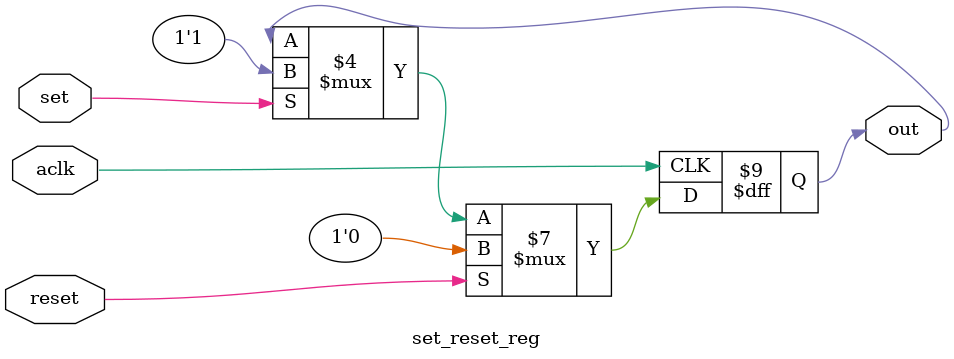
<source format=v>
`timescale 1ns / 1ps


module set_reset_reg(
    input aclk,
    input reset,
    input set,
    output reg out
    );
   
always@ (posedge aclk) begin
    if (reset == 1'b1) 
        out <= 1'b0;
    else begin
        if (set == 1'b1)
            out <= 1'b1;
    end
end   
   
endmodule

</source>
